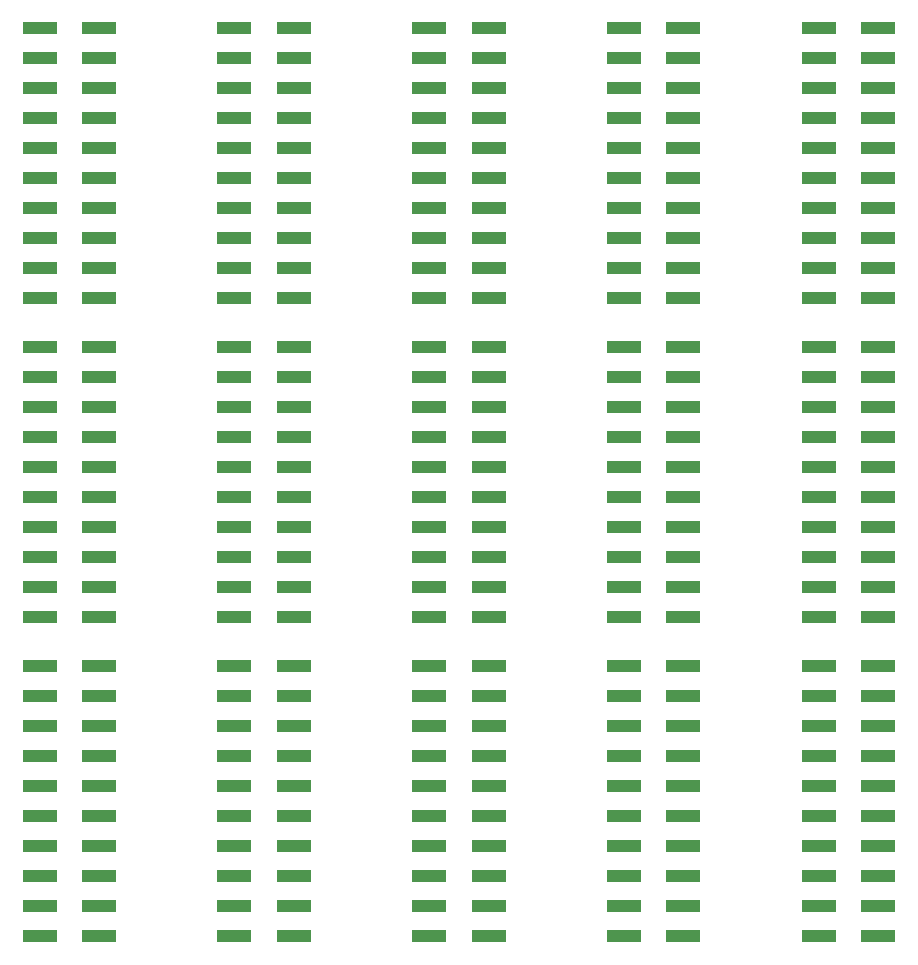
<source format=gbr>
%TF.GenerationSoftware,KiCad,Pcbnew,(6.0.7)*%
%TF.CreationDate,2023-02-25T07:44:42+08:00*%
%TF.ProjectId,BoardCoverter,426f6172-6443-46f7-9665-727465722e6b,rev?*%
%TF.SameCoordinates,Original*%
%TF.FileFunction,Paste,Bot*%
%TF.FilePolarity,Positive*%
%FSLAX46Y46*%
G04 Gerber Fmt 4.6, Leading zero omitted, Abs format (unit mm)*
G04 Created by KiCad (PCBNEW (6.0.7)) date 2023-02-25 07:44:42*
%MOMM*%
%LPD*%
G01*
G04 APERTURE LIST*
%ADD10R,3.000000X1.000000*%
G04 APERTURE END LIST*
D10*
%TO.C,J2*%
X171852500Y-61157500D03*
X176892500Y-61157500D03*
X171852500Y-63697500D03*
X176892500Y-63697500D03*
X171852500Y-66237500D03*
X176892500Y-66237500D03*
X171852500Y-68777500D03*
X176892500Y-68777500D03*
X171852500Y-71317500D03*
X176892500Y-71317500D03*
X171852500Y-73857500D03*
X176892500Y-73857500D03*
X171852500Y-76397500D03*
X176892500Y-76397500D03*
X171852500Y-78937500D03*
X176892500Y-78937500D03*
X171852500Y-81477500D03*
X176892500Y-81477500D03*
X171852500Y-84017500D03*
X176892500Y-84017500D03*
%TD*%
%TO.C,J2*%
X171852500Y-115157500D03*
X176892500Y-115157500D03*
X171852500Y-117697500D03*
X176892500Y-117697500D03*
X171852500Y-120237500D03*
X176892500Y-120237500D03*
X171852500Y-122777500D03*
X176892500Y-122777500D03*
X171852500Y-125317500D03*
X176892500Y-125317500D03*
X171852500Y-127857500D03*
X176892500Y-127857500D03*
X171852500Y-130397500D03*
X176892500Y-130397500D03*
X171852500Y-132937500D03*
X176892500Y-132937500D03*
X171852500Y-135477500D03*
X176892500Y-135477500D03*
X171852500Y-138017500D03*
X176892500Y-138017500D03*
%TD*%
%TO.C,J2*%
X138872500Y-88157500D03*
X143912500Y-88157500D03*
X138872500Y-90697500D03*
X143912500Y-90697500D03*
X138872500Y-93237500D03*
X143912500Y-93237500D03*
X138872500Y-95777500D03*
X143912500Y-95777500D03*
X138872500Y-98317500D03*
X143912500Y-98317500D03*
X138872500Y-100857500D03*
X143912500Y-100857500D03*
X138872500Y-103397500D03*
X143912500Y-103397500D03*
X138872500Y-105937500D03*
X143912500Y-105937500D03*
X138872500Y-108477500D03*
X143912500Y-108477500D03*
X138872500Y-111017500D03*
X143912500Y-111017500D03*
%TD*%
%TO.C,J2*%
X171852500Y-88157500D03*
X176892500Y-88157500D03*
X171852500Y-90697500D03*
X176892500Y-90697500D03*
X171852500Y-93237500D03*
X176892500Y-93237500D03*
X171852500Y-95777500D03*
X176892500Y-95777500D03*
X171852500Y-98317500D03*
X176892500Y-98317500D03*
X171852500Y-100857500D03*
X176892500Y-100857500D03*
X171852500Y-103397500D03*
X176892500Y-103397500D03*
X171852500Y-105937500D03*
X176892500Y-105937500D03*
X171852500Y-108477500D03*
X176892500Y-108477500D03*
X171852500Y-111017500D03*
X176892500Y-111017500D03*
%TD*%
%TO.C,J2*%
X138872500Y-115157500D03*
X143912500Y-115157500D03*
X138872500Y-117697500D03*
X143912500Y-117697500D03*
X138872500Y-120237500D03*
X143912500Y-120237500D03*
X138872500Y-122777500D03*
X143912500Y-122777500D03*
X138872500Y-125317500D03*
X143912500Y-125317500D03*
X138872500Y-127857500D03*
X143912500Y-127857500D03*
X138872500Y-130397500D03*
X143912500Y-130397500D03*
X138872500Y-132937500D03*
X143912500Y-132937500D03*
X138872500Y-135477500D03*
X143912500Y-135477500D03*
X138872500Y-138017500D03*
X143912500Y-138017500D03*
%TD*%
%TO.C,J2*%
X122382500Y-61157500D03*
X127422500Y-61157500D03*
X122382500Y-63697500D03*
X127422500Y-63697500D03*
X122382500Y-66237500D03*
X127422500Y-66237500D03*
X122382500Y-68777500D03*
X127422500Y-68777500D03*
X122382500Y-71317500D03*
X127422500Y-71317500D03*
X122382500Y-73857500D03*
X127422500Y-73857500D03*
X122382500Y-76397500D03*
X127422500Y-76397500D03*
X122382500Y-78937500D03*
X127422500Y-78937500D03*
X122382500Y-81477500D03*
X127422500Y-81477500D03*
X122382500Y-84017500D03*
X127422500Y-84017500D03*
%TD*%
%TO.C,J2*%
X105892500Y-115157500D03*
X110932500Y-115157500D03*
X105892500Y-117697500D03*
X110932500Y-117697500D03*
X105892500Y-120237500D03*
X110932500Y-120237500D03*
X105892500Y-122777500D03*
X110932500Y-122777500D03*
X105892500Y-125317500D03*
X110932500Y-125317500D03*
X105892500Y-127857500D03*
X110932500Y-127857500D03*
X105892500Y-130397500D03*
X110932500Y-130397500D03*
X105892500Y-132937500D03*
X110932500Y-132937500D03*
X105892500Y-135477500D03*
X110932500Y-135477500D03*
X105892500Y-138017500D03*
X110932500Y-138017500D03*
%TD*%
%TO.C,J2*%
X122382500Y-115157500D03*
X127422500Y-115157500D03*
X122382500Y-117697500D03*
X127422500Y-117697500D03*
X122382500Y-120237500D03*
X127422500Y-120237500D03*
X122382500Y-122777500D03*
X127422500Y-122777500D03*
X122382500Y-125317500D03*
X127422500Y-125317500D03*
X122382500Y-127857500D03*
X127422500Y-127857500D03*
X122382500Y-130397500D03*
X127422500Y-130397500D03*
X122382500Y-132937500D03*
X127422500Y-132937500D03*
X122382500Y-135477500D03*
X127422500Y-135477500D03*
X122382500Y-138017500D03*
X127422500Y-138017500D03*
%TD*%
%TO.C,J2*%
X138872500Y-61157500D03*
X143912500Y-61157500D03*
X138872500Y-63697500D03*
X143912500Y-63697500D03*
X138872500Y-66237500D03*
X143912500Y-66237500D03*
X138872500Y-68777500D03*
X143912500Y-68777500D03*
X138872500Y-71317500D03*
X143912500Y-71317500D03*
X138872500Y-73857500D03*
X143912500Y-73857500D03*
X138872500Y-76397500D03*
X143912500Y-76397500D03*
X138872500Y-78937500D03*
X143912500Y-78937500D03*
X138872500Y-81477500D03*
X143912500Y-81477500D03*
X138872500Y-84017500D03*
X143912500Y-84017500D03*
%TD*%
%TO.C,J2*%
X105892500Y-88157500D03*
X110932500Y-88157500D03*
X105892500Y-90697500D03*
X110932500Y-90697500D03*
X105892500Y-93237500D03*
X110932500Y-93237500D03*
X105892500Y-95777500D03*
X110932500Y-95777500D03*
X105892500Y-98317500D03*
X110932500Y-98317500D03*
X105892500Y-100857500D03*
X110932500Y-100857500D03*
X105892500Y-103397500D03*
X110932500Y-103397500D03*
X105892500Y-105937500D03*
X110932500Y-105937500D03*
X105892500Y-108477500D03*
X110932500Y-108477500D03*
X105892500Y-111017500D03*
X110932500Y-111017500D03*
%TD*%
%TO.C,J2*%
X155362500Y-88157500D03*
X160402500Y-88157500D03*
X155362500Y-90697500D03*
X160402500Y-90697500D03*
X155362500Y-93237500D03*
X160402500Y-93237500D03*
X155362500Y-95777500D03*
X160402500Y-95777500D03*
X155362500Y-98317500D03*
X160402500Y-98317500D03*
X155362500Y-100857500D03*
X160402500Y-100857500D03*
X155362500Y-103397500D03*
X160402500Y-103397500D03*
X155362500Y-105937500D03*
X160402500Y-105937500D03*
X155362500Y-108477500D03*
X160402500Y-108477500D03*
X155362500Y-111017500D03*
X160402500Y-111017500D03*
%TD*%
%TO.C,J2*%
X122382500Y-88157500D03*
X127422500Y-88157500D03*
X122382500Y-90697500D03*
X127422500Y-90697500D03*
X122382500Y-93237500D03*
X127422500Y-93237500D03*
X122382500Y-95777500D03*
X127422500Y-95777500D03*
X122382500Y-98317500D03*
X127422500Y-98317500D03*
X122382500Y-100857500D03*
X127422500Y-100857500D03*
X122382500Y-103397500D03*
X127422500Y-103397500D03*
X122382500Y-105937500D03*
X127422500Y-105937500D03*
X122382500Y-108477500D03*
X127422500Y-108477500D03*
X122382500Y-111017500D03*
X127422500Y-111017500D03*
%TD*%
%TO.C,J2*%
X155362500Y-115157500D03*
X160402500Y-115157500D03*
X155362500Y-117697500D03*
X160402500Y-117697500D03*
X155362500Y-120237500D03*
X160402500Y-120237500D03*
X155362500Y-122777500D03*
X160402500Y-122777500D03*
X155362500Y-125317500D03*
X160402500Y-125317500D03*
X155362500Y-127857500D03*
X160402500Y-127857500D03*
X155362500Y-130397500D03*
X160402500Y-130397500D03*
X155362500Y-132937500D03*
X160402500Y-132937500D03*
X155362500Y-135477500D03*
X160402500Y-135477500D03*
X155362500Y-138017500D03*
X160402500Y-138017500D03*
%TD*%
%TO.C,J2*%
X105892500Y-61157500D03*
X110932500Y-61157500D03*
X105892500Y-63697500D03*
X110932500Y-63697500D03*
X105892500Y-66237500D03*
X110932500Y-66237500D03*
X105892500Y-68777500D03*
X110932500Y-68777500D03*
X105892500Y-71317500D03*
X110932500Y-71317500D03*
X105892500Y-73857500D03*
X110932500Y-73857500D03*
X105892500Y-76397500D03*
X110932500Y-76397500D03*
X105892500Y-78937500D03*
X110932500Y-78937500D03*
X105892500Y-81477500D03*
X110932500Y-81477500D03*
X105892500Y-84017500D03*
X110932500Y-84017500D03*
%TD*%
%TO.C,J2*%
X155362500Y-61157500D03*
X160402500Y-61157500D03*
X155362500Y-63697500D03*
X160402500Y-63697500D03*
X155362500Y-66237500D03*
X160402500Y-66237500D03*
X155362500Y-68777500D03*
X160402500Y-68777500D03*
X155362500Y-71317500D03*
X160402500Y-71317500D03*
X155362500Y-73857500D03*
X160402500Y-73857500D03*
X155362500Y-76397500D03*
X160402500Y-76397500D03*
X155362500Y-78937500D03*
X160402500Y-78937500D03*
X155362500Y-81477500D03*
X160402500Y-81477500D03*
X155362500Y-84017500D03*
X160402500Y-84017500D03*
%TD*%
M02*

</source>
